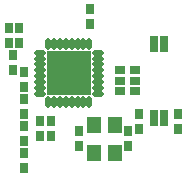
<source format=gts>
%FSLAX24Y24*%
%MOIN*%
G70*
G01*
G75*
G04 Layer_Color=8388736*
%ADD10C,0.0080*%
%ADD11O,0.0118X0.0335*%
%ADD12R,0.1457X0.1457*%
%ADD13O,0.0335X0.0118*%
%ADD14R,0.0200X0.0250*%
%ADD15R,0.0236X0.0472*%
%ADD16R,0.0250X0.0200*%
%ADD17R,0.0433X0.0472*%
%ADD18C,0.0100*%
%ADD19C,0.0060*%
%ADD20C,0.0200*%
%ADD21C,0.0320*%
%ADD22C,0.0240*%
%ADD23C,0.0098*%
%ADD24C,0.0050*%
%ADD25C,0.0079*%
%ADD26O,0.0178X0.0395*%
%ADD27O,0.0395X0.0178*%
%ADD28R,0.0280X0.0330*%
%ADD29R,0.0316X0.0552*%
%ADD30R,0.0330X0.0280*%
%ADD31R,0.0513X0.0552*%
D12*
X3130Y3830D02*
D03*
D26*
X3819Y4795D02*
D03*
X3228Y2865D02*
D03*
X3032D02*
D03*
X3819D02*
D03*
X2441Y4795D02*
D03*
X2638D02*
D03*
X2835D02*
D03*
X3032D02*
D03*
X3228D02*
D03*
X3425D02*
D03*
X3622D02*
D03*
X2441Y2865D02*
D03*
X2638D02*
D03*
X2835D02*
D03*
X3425D02*
D03*
X3622D02*
D03*
D27*
X2165Y4125D02*
D03*
X4095D02*
D03*
X2165Y4322D02*
D03*
Y4519D02*
D03*
X4095Y3141D02*
D03*
Y4322D02*
D03*
Y3928D02*
D03*
Y3338D02*
D03*
Y3535D02*
D03*
Y3732D02*
D03*
Y4519D02*
D03*
X2165Y3928D02*
D03*
Y3732D02*
D03*
Y3535D02*
D03*
Y3338D02*
D03*
Y3141D02*
D03*
D28*
X6790Y2470D02*
D03*
Y1970D02*
D03*
X5490Y2470D02*
D03*
Y1970D02*
D03*
X5120Y1910D02*
D03*
Y1410D02*
D03*
X3470D02*
D03*
Y1910D02*
D03*
X2530Y2230D02*
D03*
Y1730D02*
D03*
X1630Y3880D02*
D03*
Y3380D02*
D03*
X1280Y4430D02*
D03*
Y3930D02*
D03*
X1480Y5330D02*
D03*
Y4830D02*
D03*
X1130Y5330D02*
D03*
Y4830D02*
D03*
X1630Y2980D02*
D03*
Y2480D02*
D03*
Y1580D02*
D03*
Y2080D02*
D03*
Y1180D02*
D03*
Y680D02*
D03*
X3830Y5980D02*
D03*
Y5480D02*
D03*
X2180Y2230D02*
D03*
Y1730D02*
D03*
D29*
X6317Y2330D02*
D03*
X5963D02*
D03*
Y4810D02*
D03*
X6317D02*
D03*
D30*
X5337Y3930D02*
D03*
X4837D02*
D03*
X5337Y3580D02*
D03*
X4837D02*
D03*
X5330Y3230D02*
D03*
X4830D02*
D03*
D31*
X4660Y2117D02*
D03*
X3960D02*
D03*
X4660Y1177D02*
D03*
X3959D02*
D03*
M02*

</source>
